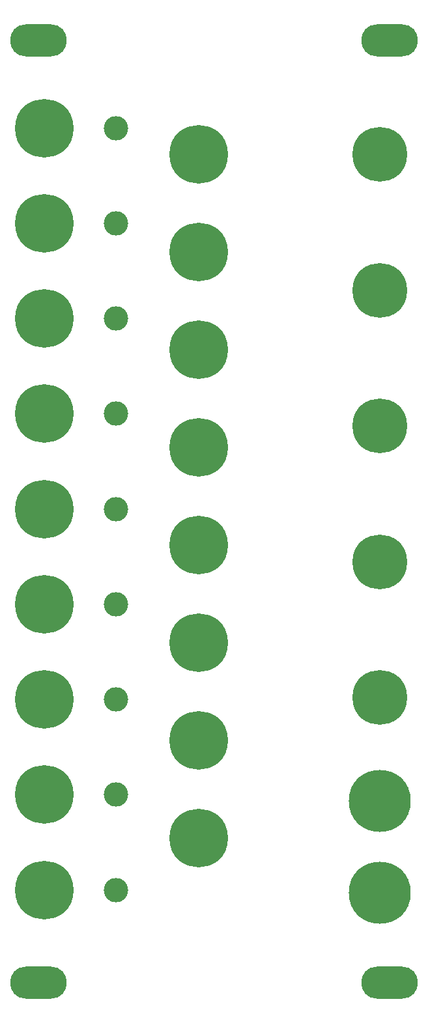
<source format=gtl>
G04 #@! TF.GenerationSoftware,KiCad,Pcbnew,(5.99.0-11177-g6c67dfa032)*
G04 #@! TF.CreationDate,2021-08-04T17:18:31-07:00*
G04 #@! TF.ProjectId,SCMv3-faceplate,53434d76-332d-4666-9163-65706c617465,rev?*
G04 #@! TF.SameCoordinates,PXfff14e48PY722417c*
G04 #@! TF.FileFunction,Copper,L1,Top*
G04 #@! TF.FilePolarity,Positive*
%FSLAX46Y46*%
G04 Gerber Fmt 4.6, Leading zero omitted, Abs format (unit mm)*
G04 Created by KiCad (PCBNEW (5.99.0-11177-g6c67dfa032)) date 2021-08-04 17:18:31*
%MOMM*%
%LPD*%
G01*
G04 APERTURE LIST*
G04 #@! TA.AperFunction,ComponentPad*
%ADD10C,3.175000*%
G04 #@! TD*
G04 #@! TA.AperFunction,ComponentPad*
%ADD11O,7.366000X4.191000*%
G04 #@! TD*
G04 #@! TA.AperFunction,ComponentPad*
%ADD12C,7.620000*%
G04 #@! TD*
G04 #@! TA.AperFunction,ComponentPad*
%ADD13C,7.112000*%
G04 #@! TD*
G04 #@! TA.AperFunction,ComponentPad*
%ADD14C,8.051800*%
G04 #@! TD*
G04 APERTURE END LIST*
D10*
X17574600Y101715000D03*
D11*
X7492999Y2997200D03*
D12*
X8244000Y52185000D03*
D13*
X51839200Y110655800D03*
D12*
X28344200Y21755800D03*
D10*
X17574600Y114097500D03*
D12*
X8244000Y39802500D03*
D11*
X53107000Y2997200D03*
D10*
X17574600Y52185000D03*
X17574600Y27420000D03*
D13*
X51839200Y75349800D03*
D12*
X8244000Y15037500D03*
X28344200Y97955800D03*
X28344200Y47155800D03*
D10*
X17574600Y89332500D03*
D12*
X28344200Y59855800D03*
X8244000Y114097500D03*
D13*
X51839200Y93002800D03*
D12*
X8244000Y64567500D03*
D11*
X7492999Y125502800D03*
D12*
X8244000Y101715000D03*
X8244000Y76950000D03*
X28344200Y85255800D03*
D14*
X51839200Y14694600D03*
D13*
X51839200Y40043800D03*
D14*
X51839200Y26632600D03*
D11*
X53107000Y125502800D03*
D12*
X8244000Y27420000D03*
D10*
X17574600Y15037500D03*
D12*
X8244000Y89332500D03*
D13*
X51839200Y57696800D03*
D10*
X17574600Y76950000D03*
D12*
X28344200Y110655800D03*
D10*
X17574600Y39802500D03*
D12*
X28344200Y72555800D03*
X28344200Y34455800D03*
D10*
X17574600Y64567500D03*
M02*

</source>
